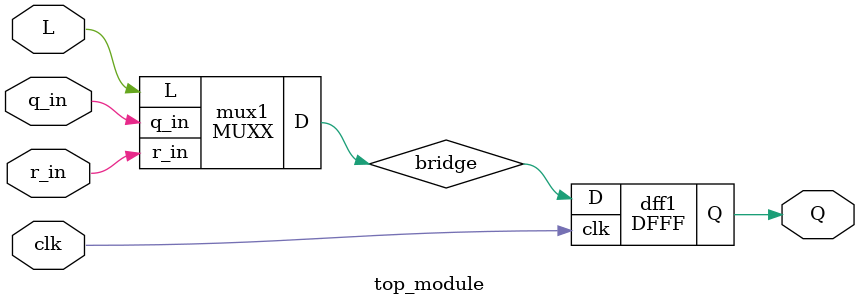
<source format=v>
module MUXX(input L,input r_in,input q_in,output D);
    assign D=(L&r_in)|((~L)&q_in);
endmodule

module DFFF(input clk,input D,output Q);
    always @(posedge clk)
        begin
            Q<=D;
        end
endmodule

module top_module (
	input clk,
	input L,
	input r_in,
	input q_in,
	output reg Q);
    
    wire bridge;
    MUXX mux1(L,r_in,q_in,bridge);
    DFFF dff1(clk,bridge,Q);
endmodule

</source>
